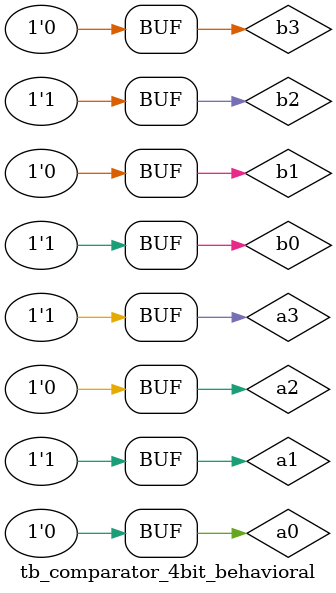
<source format=v>
module tb_comparator_4bit_behavioral;
    reg a3, a2, a1, a0;
    reg b3, b2, b1, b0;
    wire x, y, z;

    comparator_4bit_behavioral uut(a3, a2, a1, a0, b3, b2, b1, b0, x, y, z);

    initial
    begin 
        {a3, a2, a1, a0} = 4'b0000; {b3, b2, b1, b0} = 4'b0000; #5; // A == B
        {a3, a2, a1, a0} = 4'b1001; {b3, b2, b1, b0} = 4'b0110; #5; // A > B
        {a3, a2, a1, a0} = 4'b0101; {b3, b2, b1, b0} = 4'b1010; #5; // A < B
        {a3, a2, a1, a0} = 4'b1111; {b3, b2, b1, b0} = 4'b1111; #5; // A == B
        {a3, a2, a1, a0} = 4'b0001; {b3, b2, b1, b0} = 4'b0010; #5; // A < B
        {a3, a2, a1, a0} = 4'b1010; {b3, b2, b1, b0} = 4'b0101; #5; // A > B
    end
endmodule

</source>
